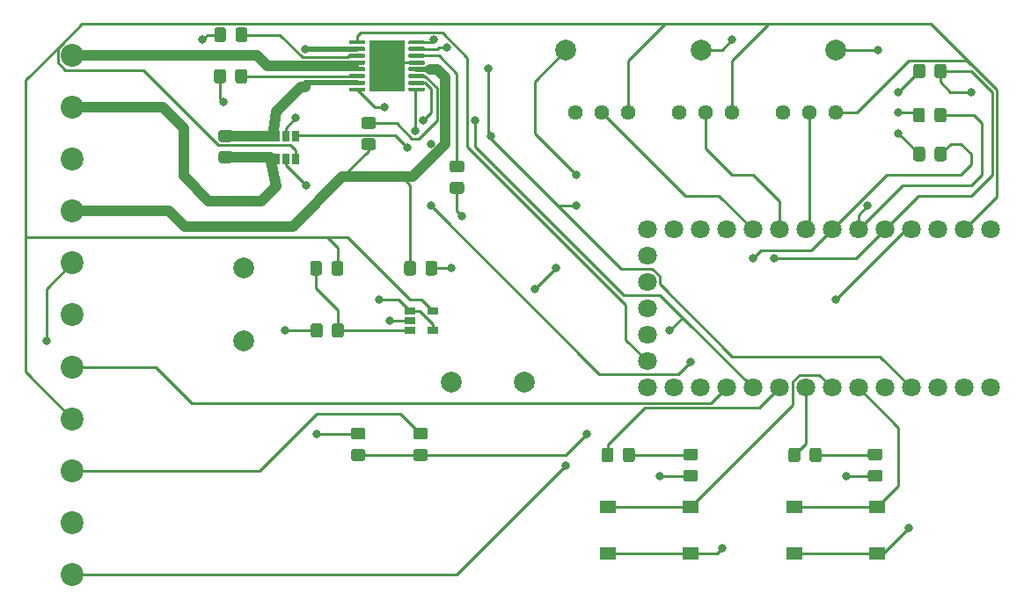
<source format=gbr>
%TF.GenerationSoftware,KiCad,Pcbnew,(5.1.7)-1*%
%TF.CreationDate,2020-11-09T09:10:01-08:00*%
%TF.ProjectId,Valve_Controller_Schematic,56616c76-655f-4436-9f6e-74726f6c6c65,rev?*%
%TF.SameCoordinates,Original*%
%TF.FileFunction,Copper,L1,Top*%
%TF.FilePolarity,Positive*%
%FSLAX46Y46*%
G04 Gerber Fmt 4.6, Leading zero omitted, Abs format (unit mm)*
G04 Created by KiCad (PCBNEW (5.1.7)-1) date 2020-11-09 09:10:01*
%MOMM*%
%LPD*%
G01*
G04 APERTURE LIST*
%TA.AperFunction,ComponentPad*%
%ADD10C,2.000000*%
%TD*%
%TA.AperFunction,ComponentPad*%
%ADD11C,1.800000*%
%TD*%
%TA.AperFunction,SMDPad,CuDef*%
%ADD12R,1.060000X0.650000*%
%TD*%
%TA.AperFunction,SMDPad,CuDef*%
%ADD13R,0.650000X1.060000*%
%TD*%
%TA.AperFunction,ComponentPad*%
%ADD14C,0.500000*%
%TD*%
%TA.AperFunction,SMDPad,CuDef*%
%ADD15R,3.400000X5.000000*%
%TD*%
%TA.AperFunction,SMDPad,CuDef*%
%ADD16R,1.550000X1.300000*%
%TD*%
%TA.AperFunction,ComponentPad*%
%ADD17C,1.440000*%
%TD*%
%TA.AperFunction,ComponentPad*%
%ADD18C,2.200000*%
%TD*%
%TA.AperFunction,ViaPad*%
%ADD19C,0.800000*%
%TD*%
%TA.AperFunction,Conductor*%
%ADD20C,0.250000*%
%TD*%
%TA.AperFunction,Conductor*%
%ADD21C,1.000000*%
%TD*%
%TA.AperFunction,Conductor*%
%ADD22C,0.500000*%
%TD*%
G04 APERTURE END LIST*
D10*
%TO.P,TP7,1*%
%TO.N,/+COIL*%
X127000000Y-103000000D03*
%TD*%
%TO.P,TP6,1*%
%TO.N,/-COIL*%
X127000000Y-96000000D03*
%TD*%
%TO.P,TP5,1*%
%TO.N,/2_IN*%
X154000000Y-107000000D03*
%TD*%
%TO.P,TP4,1*%
%TO.N,/1_IN*%
X147000000Y-107000000D03*
%TD*%
%TO.P,TP3,1*%
%TO.N,/I_SENSE*%
X184000000Y-75000000D03*
%TD*%
%TO.P,TP2,1*%
%TO.N,/HALL_SIG*%
X171000000Y-75000000D03*
%TD*%
%TO.P,TP1,1*%
%TO.N,/LVDT_SIG*%
X158000000Y-75000000D03*
%TD*%
D11*
%TO.P,U1,23*%
%TO.N,/HALL_ENABLE*%
X173430000Y-107500000D03*
%TO.P,U1,22*%
%TO.N,Net-(U1-Pad22)*%
X170890000Y-107500000D03*
%TO.P,U1,21*%
%TO.N,Net-(U1-Pad21)*%
X168350000Y-107500000D03*
%TO.P,U1,20*%
%TO.N,Net-(U1-Pad20)*%
X165810000Y-107500000D03*
%TO.P,U1,19*%
%TO.N,/DRV_SLP*%
X165810000Y-104960000D03*
%TO.P,U1,18*%
%TO.N,/nFAULT*%
X165810000Y-102420000D03*
%TO.P,U1,17*%
%TO.N,Net-(U1-Pad17)*%
X165810000Y-99880000D03*
%TO.P,U1,16*%
%TO.N,GND*%
X165810000Y-97340000D03*
%TO.P,U1,15*%
%TO.N,Net-(U1-Pad15)*%
X165810000Y-94800000D03*
%TO.P,U1,14*%
%TO.N,GND*%
X165810000Y-92260000D03*
%TO.P,U1,13*%
%TO.N,Net-(U1-Pad13)*%
X168350000Y-92260000D03*
%TO.P,U1,12*%
%TO.N,Net-(U1-Pad12)*%
X170890000Y-92260000D03*
%TO.P,U1,11*%
%TO.N,Net-(U1-Pad11)*%
X173430000Y-92260000D03*
%TO.P,U1,10*%
%TO.N,Net-(RV3-Pad2)*%
X175970000Y-92260000D03*
%TO.P,U1,24*%
%TO.N,/2_IN*%
X175970000Y-107500000D03*
%TO.P,U1,25*%
%TO.N,/LED_2*%
X178510000Y-107500000D03*
%TO.P,U1,9*%
%TO.N,Net-(RV1-Pad2)*%
X178510000Y-92260000D03*
%TO.P,U1,26*%
%TO.N,/LED_1*%
X181050000Y-107500000D03*
%TO.P,U1,8*%
%TO.N,Net-(RV2-Pad2)*%
X181050000Y-92260000D03*
%TO.P,U1,27*%
%TO.N,/BUTTON_2*%
X183590000Y-107500000D03*
%TO.P,U1,7*%
%TO.N,/LVDT_SIG*%
X183590000Y-92260000D03*
%TO.P,U1,6*%
%TO.N,/HALL_SIG*%
X186130000Y-92260000D03*
%TO.P,U1,5*%
%TO.N,/I_SENSE*%
X188670000Y-92260000D03*
%TO.P,U1,28*%
%TO.N,/BUTTON_1*%
X186130000Y-107500000D03*
%TO.P,U1,29*%
%TO.N,Net-(U1-Pad29)*%
X188670000Y-107500000D03*
%TO.P,U1,30*%
%TO.N,/1_IN*%
X191210000Y-107500000D03*
%TO.P,U1,31*%
%TO.N,Net-(U1-Pad31)*%
X193750000Y-107500000D03*
%TO.P,U1,32*%
%TO.N,GND*%
X196290000Y-107500000D03*
%TO.P,U1,33*%
%TO.N,Net-(U1-Pad33)*%
X198830000Y-107500000D03*
%TO.P,U1,4*%
%TO.N,/+5V*%
X191210000Y-92260000D03*
%TO.P,U1,3*%
%TO.N,Net-(U1-Pad3)*%
X193750000Y-92260000D03*
%TO.P,U1,2*%
%TO.N,/+3V3*%
X196290000Y-92260000D03*
%TO.P,U1,1*%
%TO.N,Net-(U1-Pad1)*%
X198830000Y-92260000D03*
%TD*%
%TO.P,R9,2*%
%TO.N,Net-(D2-Pad1)*%
%TA.AperFunction,SMDPad,CuDef*%
G36*
G01*
X170450001Y-114525000D02*
X169549999Y-114525000D01*
G75*
G02*
X169300000Y-114275001I0J249999D01*
G01*
X169300000Y-113624999D01*
G75*
G02*
X169549999Y-113375000I249999J0D01*
G01*
X170450001Y-113375000D01*
G75*
G02*
X170700000Y-113624999I0J-249999D01*
G01*
X170700000Y-114275001D01*
G75*
G02*
X170450001Y-114525000I-249999J0D01*
G01*
G37*
%TD.AperFunction*%
%TO.P,R9,1*%
%TO.N,GND*%
%TA.AperFunction,SMDPad,CuDef*%
G36*
G01*
X170450001Y-116575000D02*
X169549999Y-116575000D01*
G75*
G02*
X169300000Y-116325001I0J249999D01*
G01*
X169300000Y-115674999D01*
G75*
G02*
X169549999Y-115425000I249999J0D01*
G01*
X170450001Y-115425000D01*
G75*
G02*
X170700000Y-115674999I0J-249999D01*
G01*
X170700000Y-116325001D01*
G75*
G02*
X170450001Y-116575000I-249999J0D01*
G01*
G37*
%TD.AperFunction*%
%TD*%
%TO.P,R8,2*%
%TO.N,Net-(D1-Pad1)*%
%TA.AperFunction,SMDPad,CuDef*%
G36*
G01*
X188200001Y-114525000D02*
X187299999Y-114525000D01*
G75*
G02*
X187050000Y-114275001I0J249999D01*
G01*
X187050000Y-113624999D01*
G75*
G02*
X187299999Y-113375000I249999J0D01*
G01*
X188200001Y-113375000D01*
G75*
G02*
X188450000Y-113624999I0J-249999D01*
G01*
X188450000Y-114275001D01*
G75*
G02*
X188200001Y-114525000I-249999J0D01*
G01*
G37*
%TD.AperFunction*%
%TO.P,R8,1*%
%TO.N,GND*%
%TA.AperFunction,SMDPad,CuDef*%
G36*
G01*
X188200001Y-116575000D02*
X187299999Y-116575000D01*
G75*
G02*
X187050000Y-116325001I0J249999D01*
G01*
X187050000Y-115674999D01*
G75*
G02*
X187299999Y-115425000I249999J0D01*
G01*
X188200001Y-115425000D01*
G75*
G02*
X188450000Y-115674999I0J-249999D01*
G01*
X188450000Y-116325001D01*
G75*
G02*
X188200001Y-116575000I-249999J0D01*
G01*
G37*
%TD.AperFunction*%
%TD*%
D12*
%TO.P,U4,5*%
%TO.N,/+3V3*%
X145200000Y-100100000D03*
%TO.P,U4,4*%
%TO.N,Net-(U3-Pad5)*%
X145200000Y-102000000D03*
%TO.P,U4,3*%
%TO.N,Net-(R6-Pad2)*%
X143000000Y-102000000D03*
%TO.P,U4,2*%
%TO.N,GND*%
X143000000Y-101050000D03*
%TO.P,U4,1*%
%TO.N,Net-(U3-Pad5)*%
X143000000Y-100100000D03*
%TD*%
D13*
%TO.P,U3,5*%
%TO.N,Net-(U3-Pad5)*%
X131050000Y-85450000D03*
%TO.P,U3,6*%
%TO.N,/+3V3*%
X132000000Y-85450000D03*
%TO.P,U3,4*%
%TO.N,/+COIL*%
X130100000Y-85450000D03*
%TO.P,U3,3*%
%TO.N,Net-(R3-Pad2)*%
X130100000Y-83250000D03*
%TO.P,U3,2*%
%TO.N,GND*%
X131050000Y-83250000D03*
%TO.P,U3,1*%
%TO.N,/I_SENSE*%
X132000000Y-83250000D03*
%TD*%
D14*
%TO.P,U2,17*%
%TO.N,GND*%
X141500000Y-78000000D03*
X140000000Y-78000000D03*
X141500000Y-76500000D03*
X140000000Y-76500000D03*
X141500000Y-75000000D03*
X140000000Y-75000000D03*
D15*
X140750000Y-76500000D03*
%TO.P,U2,16*%
%TO.N,/1_IN*%
%TA.AperFunction,SMDPad,CuDef*%
G36*
G01*
X142825000Y-74325000D02*
X142825000Y-74125000D01*
G75*
G02*
X142925000Y-74025000I100000J0D01*
G01*
X144300000Y-74025000D01*
G75*
G02*
X144400000Y-74125000I0J-100000D01*
G01*
X144400000Y-74325000D01*
G75*
G02*
X144300000Y-74425000I-100000J0D01*
G01*
X142925000Y-74425000D01*
G75*
G02*
X142825000Y-74325000I0J100000D01*
G01*
G37*
%TD.AperFunction*%
%TO.P,U2,15*%
%TO.N,/2_IN*%
%TA.AperFunction,SMDPad,CuDef*%
G36*
G01*
X142825000Y-74975000D02*
X142825000Y-74775000D01*
G75*
G02*
X142925000Y-74675000I100000J0D01*
G01*
X144300000Y-74675000D01*
G75*
G02*
X144400000Y-74775000I0J-100000D01*
G01*
X144400000Y-74975000D01*
G75*
G02*
X144300000Y-75075000I-100000J0D01*
G01*
X142925000Y-75075000D01*
G75*
G02*
X142825000Y-74975000I0J100000D01*
G01*
G37*
%TD.AperFunction*%
%TO.P,U2,14*%
%TO.N,Net-(C6-Pad1)*%
%TA.AperFunction,SMDPad,CuDef*%
G36*
G01*
X142825000Y-75625000D02*
X142825000Y-75425000D01*
G75*
G02*
X142925000Y-75325000I100000J0D01*
G01*
X144300000Y-75325000D01*
G75*
G02*
X144400000Y-75425000I0J-100000D01*
G01*
X144400000Y-75625000D01*
G75*
G02*
X144300000Y-75725000I-100000J0D01*
G01*
X142925000Y-75725000D01*
G75*
G02*
X142825000Y-75625000I0J100000D01*
G01*
G37*
%TD.AperFunction*%
%TO.P,U2,13*%
%TO.N,GND*%
%TA.AperFunction,SMDPad,CuDef*%
G36*
G01*
X142825000Y-76275000D02*
X142825000Y-76075000D01*
G75*
G02*
X142925000Y-75975000I100000J0D01*
G01*
X144300000Y-75975000D01*
G75*
G02*
X144400000Y-76075000I0J-100000D01*
G01*
X144400000Y-76275000D01*
G75*
G02*
X144300000Y-76375000I-100000J0D01*
G01*
X142925000Y-76375000D01*
G75*
G02*
X142825000Y-76275000I0J100000D01*
G01*
G37*
%TD.AperFunction*%
%TO.P,U2,12*%
%TO.N,+7.5V*%
%TA.AperFunction,SMDPad,CuDef*%
G36*
G01*
X142825000Y-76925000D02*
X142825000Y-76725000D01*
G75*
G02*
X142925000Y-76625000I100000J0D01*
G01*
X144300000Y-76625000D01*
G75*
G02*
X144400000Y-76725000I0J-100000D01*
G01*
X144400000Y-76925000D01*
G75*
G02*
X144300000Y-77025000I-100000J0D01*
G01*
X142925000Y-77025000D01*
G75*
G02*
X142825000Y-76925000I0J100000D01*
G01*
G37*
%TD.AperFunction*%
%TO.P,U2,11*%
%TO.N,Net-(C4-Pad2)*%
%TA.AperFunction,SMDPad,CuDef*%
G36*
G01*
X142825000Y-77575000D02*
X142825000Y-77375000D01*
G75*
G02*
X142925000Y-77275000I100000J0D01*
G01*
X144300000Y-77275000D01*
G75*
G02*
X144400000Y-77375000I0J-100000D01*
G01*
X144400000Y-77575000D01*
G75*
G02*
X144300000Y-77675000I-100000J0D01*
G01*
X142925000Y-77675000D01*
G75*
G02*
X142825000Y-77575000I0J100000D01*
G01*
G37*
%TD.AperFunction*%
%TO.P,U2,10*%
%TO.N,/2_IN*%
%TA.AperFunction,SMDPad,CuDef*%
G36*
G01*
X142825000Y-78225000D02*
X142825000Y-78025000D01*
G75*
G02*
X142925000Y-77925000I100000J0D01*
G01*
X144300000Y-77925000D01*
G75*
G02*
X144400000Y-78025000I0J-100000D01*
G01*
X144400000Y-78225000D01*
G75*
G02*
X144300000Y-78325000I-100000J0D01*
G01*
X142925000Y-78325000D01*
G75*
G02*
X142825000Y-78225000I0J100000D01*
G01*
G37*
%TD.AperFunction*%
%TO.P,U2,9*%
%TO.N,/1_IN*%
%TA.AperFunction,SMDPad,CuDef*%
G36*
G01*
X142825000Y-78875000D02*
X142825000Y-78675000D01*
G75*
G02*
X142925000Y-78575000I100000J0D01*
G01*
X144300000Y-78575000D01*
G75*
G02*
X144400000Y-78675000I0J-100000D01*
G01*
X144400000Y-78875000D01*
G75*
G02*
X144300000Y-78975000I-100000J0D01*
G01*
X142925000Y-78975000D01*
G75*
G02*
X142825000Y-78875000I0J100000D01*
G01*
G37*
%TD.AperFunction*%
%TO.P,U2,8*%
%TO.N,/nFAULT*%
%TA.AperFunction,SMDPad,CuDef*%
G36*
G01*
X137100000Y-78875000D02*
X137100000Y-78675000D01*
G75*
G02*
X137200000Y-78575000I100000J0D01*
G01*
X138575000Y-78575000D01*
G75*
G02*
X138675000Y-78675000I0J-100000D01*
G01*
X138675000Y-78875000D01*
G75*
G02*
X138575000Y-78975000I-100000J0D01*
G01*
X137200000Y-78975000D01*
G75*
G02*
X137100000Y-78875000I0J100000D01*
G01*
G37*
%TD.AperFunction*%
%TO.P,U2,7*%
%TO.N,Net-(R3-Pad2)*%
%TA.AperFunction,SMDPad,CuDef*%
G36*
G01*
X137100000Y-78225000D02*
X137100000Y-78025000D01*
G75*
G02*
X137200000Y-77925000I100000J0D01*
G01*
X138575000Y-77925000D01*
G75*
G02*
X138675000Y-78025000I0J-100000D01*
G01*
X138675000Y-78225000D01*
G75*
G02*
X138575000Y-78325000I-100000J0D01*
G01*
X137200000Y-78325000D01*
G75*
G02*
X137100000Y-78225000I0J100000D01*
G01*
G37*
%TD.AperFunction*%
%TO.P,U2,6*%
%TO.N,Net-(R2-Pad1)*%
%TA.AperFunction,SMDPad,CuDef*%
G36*
G01*
X137100000Y-77575000D02*
X137100000Y-77375000D01*
G75*
G02*
X137200000Y-77275000I100000J0D01*
G01*
X138575000Y-77275000D01*
G75*
G02*
X138675000Y-77375000I0J-100000D01*
G01*
X138675000Y-77575000D01*
G75*
G02*
X138575000Y-77675000I-100000J0D01*
G01*
X137200000Y-77675000D01*
G75*
G02*
X137100000Y-77575000I0J100000D01*
G01*
G37*
%TD.AperFunction*%
%TO.P,U2,5*%
%TO.N,/-COIL*%
%TA.AperFunction,SMDPad,CuDef*%
G36*
G01*
X137100000Y-76925000D02*
X137100000Y-76725000D01*
G75*
G02*
X137200000Y-76625000I100000J0D01*
G01*
X138575000Y-76625000D01*
G75*
G02*
X138675000Y-76725000I0J-100000D01*
G01*
X138675000Y-76925000D01*
G75*
G02*
X138575000Y-77025000I-100000J0D01*
G01*
X137200000Y-77025000D01*
G75*
G02*
X137100000Y-76925000I0J100000D01*
G01*
G37*
%TD.AperFunction*%
%TO.P,U2,4*%
%TA.AperFunction,SMDPad,CuDef*%
G36*
G01*
X137100000Y-76275000D02*
X137100000Y-76075000D01*
G75*
G02*
X137200000Y-75975000I100000J0D01*
G01*
X138575000Y-75975000D01*
G75*
G02*
X138675000Y-76075000I0J-100000D01*
G01*
X138675000Y-76275000D01*
G75*
G02*
X138575000Y-76375000I-100000J0D01*
G01*
X137200000Y-76375000D01*
G75*
G02*
X137100000Y-76275000I0J100000D01*
G01*
G37*
%TD.AperFunction*%
%TO.P,U2,3*%
%TO.N,Net-(R1-Pad1)*%
%TA.AperFunction,SMDPad,CuDef*%
G36*
G01*
X137100000Y-75625000D02*
X137100000Y-75425000D01*
G75*
G02*
X137200000Y-75325000I100000J0D01*
G01*
X138575000Y-75325000D01*
G75*
G02*
X138675000Y-75425000I0J-100000D01*
G01*
X138675000Y-75625000D01*
G75*
G02*
X138575000Y-75725000I-100000J0D01*
G01*
X137200000Y-75725000D01*
G75*
G02*
X137100000Y-75625000I0J100000D01*
G01*
G37*
%TD.AperFunction*%
%TO.P,U2,2*%
%TO.N,Net-(R3-Pad2)*%
%TA.AperFunction,SMDPad,CuDef*%
G36*
G01*
X137100000Y-74975000D02*
X137100000Y-74775000D01*
G75*
G02*
X137200000Y-74675000I100000J0D01*
G01*
X138575000Y-74675000D01*
G75*
G02*
X138675000Y-74775000I0J-100000D01*
G01*
X138675000Y-74975000D01*
G75*
G02*
X138575000Y-75075000I-100000J0D01*
G01*
X137200000Y-75075000D01*
G75*
G02*
X137100000Y-74975000I0J100000D01*
G01*
G37*
%TD.AperFunction*%
%TO.P,U2,1*%
%TO.N,/DRV_SLP*%
%TA.AperFunction,SMDPad,CuDef*%
G36*
G01*
X137100000Y-74325000D02*
X137100000Y-74125000D01*
G75*
G02*
X137200000Y-74025000I100000J0D01*
G01*
X138575000Y-74025000D01*
G75*
G02*
X138675000Y-74125000I0J-100000D01*
G01*
X138675000Y-74325000D01*
G75*
G02*
X138575000Y-74425000I-100000J0D01*
G01*
X137200000Y-74425000D01*
G75*
G02*
X137100000Y-74325000I0J100000D01*
G01*
G37*
%TD.AperFunction*%
%TD*%
D16*
%TO.P,SW2,2*%
%TO.N,GND*%
X170000000Y-123500000D03*
%TO.P,SW2,1*%
%TO.N,/BUTTON_2*%
X170000000Y-119000000D03*
X162040000Y-119000000D03*
%TO.P,SW2,2*%
%TO.N,GND*%
X162040000Y-123500000D03*
%TD*%
%TO.P,SW1,2*%
%TO.N,GND*%
X187960000Y-123500000D03*
%TO.P,SW1,1*%
%TO.N,/BUTTON_1*%
X187960000Y-119000000D03*
X180000000Y-119000000D03*
%TO.P,SW1,2*%
%TO.N,GND*%
X180000000Y-123500000D03*
%TD*%
D17*
%TO.P,RV3,3*%
%TO.N,GND*%
X158920000Y-81000000D03*
%TO.P,RV3,2*%
%TO.N,Net-(RV3-Pad2)*%
X161460000Y-81000000D03*
%TO.P,RV3,1*%
%TO.N,/+3V3*%
X164000000Y-81000000D03*
%TD*%
%TO.P,RV2,3*%
%TO.N,GND*%
X178920000Y-81000000D03*
%TO.P,RV2,2*%
%TO.N,Net-(RV2-Pad2)*%
X181460000Y-81000000D03*
%TO.P,RV2,1*%
%TO.N,/+3V3*%
X184000000Y-81000000D03*
%TD*%
%TO.P,RV1,3*%
%TO.N,GND*%
X168920000Y-81000000D03*
%TO.P,RV1,2*%
%TO.N,Net-(RV1-Pad2)*%
X171460000Y-81000000D03*
%TO.P,RV1,1*%
%TO.N,/+3V3*%
X174000000Y-81000000D03*
%TD*%
%TO.P,R7,2*%
%TO.N,/+3V3*%
%TA.AperFunction,SMDPad,CuDef*%
G36*
G01*
X135425000Y-96450001D02*
X135425000Y-95549999D01*
G75*
G02*
X135674999Y-95300000I249999J0D01*
G01*
X136325001Y-95300000D01*
G75*
G02*
X136575000Y-95549999I0J-249999D01*
G01*
X136575000Y-96450001D01*
G75*
G02*
X136325001Y-96700000I-249999J0D01*
G01*
X135674999Y-96700000D01*
G75*
G02*
X135425000Y-96450001I0J249999D01*
G01*
G37*
%TD.AperFunction*%
%TO.P,R7,1*%
%TO.N,Net-(R6-Pad2)*%
%TA.AperFunction,SMDPad,CuDef*%
G36*
G01*
X133375000Y-96450001D02*
X133375000Y-95549999D01*
G75*
G02*
X133624999Y-95300000I249999J0D01*
G01*
X134275001Y-95300000D01*
G75*
G02*
X134525000Y-95549999I0J-249999D01*
G01*
X134525000Y-96450001D01*
G75*
G02*
X134275001Y-96700000I-249999J0D01*
G01*
X133624999Y-96700000D01*
G75*
G02*
X133375000Y-96450001I0J249999D01*
G01*
G37*
%TD.AperFunction*%
%TD*%
%TO.P,R6,2*%
%TO.N,Net-(R6-Pad2)*%
%TA.AperFunction,SMDPad,CuDef*%
G36*
G01*
X135475000Y-102450001D02*
X135475000Y-101549999D01*
G75*
G02*
X135724999Y-101300000I249999J0D01*
G01*
X136375001Y-101300000D01*
G75*
G02*
X136625000Y-101549999I0J-249999D01*
G01*
X136625000Y-102450001D01*
G75*
G02*
X136375001Y-102700000I-249999J0D01*
G01*
X135724999Y-102700000D01*
G75*
G02*
X135475000Y-102450001I0J249999D01*
G01*
G37*
%TD.AperFunction*%
%TO.P,R6,1*%
%TO.N,GND*%
%TA.AperFunction,SMDPad,CuDef*%
G36*
G01*
X133425000Y-102450001D02*
X133425000Y-101549999D01*
G75*
G02*
X133674999Y-101300000I249999J0D01*
G01*
X134325001Y-101300000D01*
G75*
G02*
X134575000Y-101549999I0J-249999D01*
G01*
X134575000Y-102450001D01*
G75*
G02*
X134325001Y-102700000I-249999J0D01*
G01*
X133674999Y-102700000D01*
G75*
G02*
X133425000Y-102450001I0J249999D01*
G01*
G37*
%TD.AperFunction*%
%TD*%
%TO.P,R5,2*%
%TO.N,GND*%
%TA.AperFunction,SMDPad,CuDef*%
G36*
G01*
X138450001Y-112525000D02*
X137549999Y-112525000D01*
G75*
G02*
X137300000Y-112275001I0J249999D01*
G01*
X137300000Y-111624999D01*
G75*
G02*
X137549999Y-111375000I249999J0D01*
G01*
X138450001Y-111375000D01*
G75*
G02*
X138700000Y-111624999I0J-249999D01*
G01*
X138700000Y-112275001D01*
G75*
G02*
X138450001Y-112525000I-249999J0D01*
G01*
G37*
%TD.AperFunction*%
%TO.P,R5,1*%
%TO.N,/LVDT_SIG*%
%TA.AperFunction,SMDPad,CuDef*%
G36*
G01*
X138450001Y-114575000D02*
X137549999Y-114575000D01*
G75*
G02*
X137300000Y-114325001I0J249999D01*
G01*
X137300000Y-113674999D01*
G75*
G02*
X137549999Y-113425000I249999J0D01*
G01*
X138450001Y-113425000D01*
G75*
G02*
X138700000Y-113674999I0J-249999D01*
G01*
X138700000Y-114325001D01*
G75*
G02*
X138450001Y-114575000I-249999J0D01*
G01*
G37*
%TD.AperFunction*%
%TD*%
%TO.P,R4,2*%
%TO.N,/LVDT_SIG*%
%TA.AperFunction,SMDPad,CuDef*%
G36*
G01*
X143549999Y-113425000D02*
X144450001Y-113425000D01*
G75*
G02*
X144700000Y-113674999I0J-249999D01*
G01*
X144700000Y-114325001D01*
G75*
G02*
X144450001Y-114575000I-249999J0D01*
G01*
X143549999Y-114575000D01*
G75*
G02*
X143300000Y-114325001I0J249999D01*
G01*
X143300000Y-113674999D01*
G75*
G02*
X143549999Y-113425000I249999J0D01*
G01*
G37*
%TD.AperFunction*%
%TO.P,R4,1*%
%TO.N,Net-(J1-Pad3)*%
%TA.AperFunction,SMDPad,CuDef*%
G36*
G01*
X143549999Y-111375000D02*
X144450001Y-111375000D01*
G75*
G02*
X144700000Y-111624999I0J-249999D01*
G01*
X144700000Y-112275001D01*
G75*
G02*
X144450001Y-112525000I-249999J0D01*
G01*
X143549999Y-112525000D01*
G75*
G02*
X143300000Y-112275001I0J249999D01*
G01*
X143300000Y-111624999D01*
G75*
G02*
X143549999Y-111375000I249999J0D01*
G01*
G37*
%TD.AperFunction*%
%TD*%
%TO.P,R3,2*%
%TO.N,Net-(R3-Pad2)*%
%TA.AperFunction,SMDPad,CuDef*%
G36*
G01*
X125700001Y-83825000D02*
X124799999Y-83825000D01*
G75*
G02*
X124550000Y-83575001I0J249999D01*
G01*
X124550000Y-82924999D01*
G75*
G02*
X124799999Y-82675000I249999J0D01*
G01*
X125700001Y-82675000D01*
G75*
G02*
X125950000Y-82924999I0J-249999D01*
G01*
X125950000Y-83575001D01*
G75*
G02*
X125700001Y-83825000I-249999J0D01*
G01*
G37*
%TD.AperFunction*%
%TO.P,R3,1*%
%TO.N,/+COIL*%
%TA.AperFunction,SMDPad,CuDef*%
G36*
G01*
X125700001Y-85875000D02*
X124799999Y-85875000D01*
G75*
G02*
X124550000Y-85625001I0J249999D01*
G01*
X124550000Y-84974999D01*
G75*
G02*
X124799999Y-84725000I249999J0D01*
G01*
X125700001Y-84725000D01*
G75*
G02*
X125950000Y-84974999I0J-249999D01*
G01*
X125950000Y-85625001D01*
G75*
G02*
X125700001Y-85875000I-249999J0D01*
G01*
G37*
%TD.AperFunction*%
%TD*%
%TO.P,R2,2*%
%TO.N,GND*%
%TA.AperFunction,SMDPad,CuDef*%
G36*
G01*
X125275000Y-77049999D02*
X125275000Y-77950001D01*
G75*
G02*
X125025001Y-78200000I-249999J0D01*
G01*
X124374999Y-78200000D01*
G75*
G02*
X124125000Y-77950001I0J249999D01*
G01*
X124125000Y-77049999D01*
G75*
G02*
X124374999Y-76800000I249999J0D01*
G01*
X125025001Y-76800000D01*
G75*
G02*
X125275000Y-77049999I0J-249999D01*
G01*
G37*
%TD.AperFunction*%
%TO.P,R2,1*%
%TO.N,Net-(R2-Pad1)*%
%TA.AperFunction,SMDPad,CuDef*%
G36*
G01*
X127325000Y-77049999D02*
X127325000Y-77950001D01*
G75*
G02*
X127075001Y-78200000I-249999J0D01*
G01*
X126424999Y-78200000D01*
G75*
G02*
X126175000Y-77950001I0J249999D01*
G01*
X126175000Y-77049999D01*
G75*
G02*
X126424999Y-76800000I249999J0D01*
G01*
X127075001Y-76800000D01*
G75*
G02*
X127325000Y-77049999I0J-249999D01*
G01*
G37*
%TD.AperFunction*%
%TD*%
%TO.P,R1,2*%
%TO.N,GND*%
%TA.AperFunction,SMDPad,CuDef*%
G36*
G01*
X125300000Y-73049999D02*
X125300000Y-73950001D01*
G75*
G02*
X125050001Y-74200000I-249999J0D01*
G01*
X124399999Y-74200000D01*
G75*
G02*
X124150000Y-73950001I0J249999D01*
G01*
X124150000Y-73049999D01*
G75*
G02*
X124399999Y-72800000I249999J0D01*
G01*
X125050001Y-72800000D01*
G75*
G02*
X125300000Y-73049999I0J-249999D01*
G01*
G37*
%TD.AperFunction*%
%TO.P,R1,1*%
%TO.N,Net-(R1-Pad1)*%
%TA.AperFunction,SMDPad,CuDef*%
G36*
G01*
X127350000Y-73049999D02*
X127350000Y-73950001D01*
G75*
G02*
X127100001Y-74200000I-249999J0D01*
G01*
X126449999Y-74200000D01*
G75*
G02*
X126200000Y-73950001I0J249999D01*
G01*
X126200000Y-73049999D01*
G75*
G02*
X126449999Y-72800000I249999J0D01*
G01*
X127100001Y-72800000D01*
G75*
G02*
X127350000Y-73049999I0J-249999D01*
G01*
G37*
%TD.AperFunction*%
%TD*%
D18*
%TO.P,J1,11*%
%TO.N,/-COIL*%
X110500000Y-75500000D03*
%TO.P,J1,10*%
%TO.N,/+COIL*%
X110500000Y-80500000D03*
%TO.P,J1,9*%
%TO.N,GND*%
X110500000Y-85500000D03*
%TO.P,J1,8*%
%TO.N,+7.5V*%
X110500000Y-90500000D03*
%TO.P,J1,7*%
%TO.N,/HALL_SIG*%
X110500000Y-95500000D03*
%TO.P,J1,6*%
%TO.N,GND*%
X110500000Y-100500000D03*
%TO.P,J1,5*%
%TO.N,/HALL_ENABLE*%
X110500000Y-105500000D03*
%TO.P,J1,4*%
%TO.N,/+3V3*%
X110500000Y-110500000D03*
%TO.P,J1,3*%
%TO.N,Net-(J1-Pad3)*%
X110500000Y-115500000D03*
%TO.P,J1,2*%
%TO.N,GND*%
X110500000Y-120500000D03*
%TO.P,J1,1*%
%TO.N,/+5V*%
X110500000Y-125500000D03*
%TD*%
%TO.P,D2,2*%
%TO.N,/LED_2*%
%TA.AperFunction,SMDPad,CuDef*%
G36*
G01*
X162575000Y-113549999D02*
X162575000Y-114450001D01*
G75*
G02*
X162325001Y-114700000I-249999J0D01*
G01*
X161674999Y-114700000D01*
G75*
G02*
X161425000Y-114450001I0J249999D01*
G01*
X161425000Y-113549999D01*
G75*
G02*
X161674999Y-113300000I249999J0D01*
G01*
X162325001Y-113300000D01*
G75*
G02*
X162575000Y-113549999I0J-249999D01*
G01*
G37*
%TD.AperFunction*%
%TO.P,D2,1*%
%TO.N,Net-(D2-Pad1)*%
%TA.AperFunction,SMDPad,CuDef*%
G36*
G01*
X164625000Y-113549999D02*
X164625000Y-114450001D01*
G75*
G02*
X164375001Y-114700000I-249999J0D01*
G01*
X163724999Y-114700000D01*
G75*
G02*
X163475000Y-114450001I0J249999D01*
G01*
X163475000Y-113549999D01*
G75*
G02*
X163724999Y-113300000I249999J0D01*
G01*
X164375001Y-113300000D01*
G75*
G02*
X164625000Y-113549999I0J-249999D01*
G01*
G37*
%TD.AperFunction*%
%TD*%
%TO.P,D1,2*%
%TO.N,/LED_1*%
%TA.AperFunction,SMDPad,CuDef*%
G36*
G01*
X180550000Y-113549999D02*
X180550000Y-114450001D01*
G75*
G02*
X180300001Y-114700000I-249999J0D01*
G01*
X179649999Y-114700000D01*
G75*
G02*
X179400000Y-114450001I0J249999D01*
G01*
X179400000Y-113549999D01*
G75*
G02*
X179649999Y-113300000I249999J0D01*
G01*
X180300001Y-113300000D01*
G75*
G02*
X180550000Y-113549999I0J-249999D01*
G01*
G37*
%TD.AperFunction*%
%TO.P,D1,1*%
%TO.N,Net-(D1-Pad1)*%
%TA.AperFunction,SMDPad,CuDef*%
G36*
G01*
X182600000Y-113549999D02*
X182600000Y-114450001D01*
G75*
G02*
X182350001Y-114700000I-249999J0D01*
G01*
X181699999Y-114700000D01*
G75*
G02*
X181450000Y-114450001I0J249999D01*
G01*
X181450000Y-113549999D01*
G75*
G02*
X181699999Y-113300000I249999J0D01*
G01*
X182350001Y-113300000D01*
G75*
G02*
X182600000Y-113549999I0J-249999D01*
G01*
G37*
%TD.AperFunction*%
%TD*%
%TO.P,C6,2*%
%TO.N,GND*%
%TA.AperFunction,SMDPad,CuDef*%
G36*
G01*
X147049999Y-87675000D02*
X147950001Y-87675000D01*
G75*
G02*
X148200000Y-87924999I0J-249999D01*
G01*
X148200000Y-88575001D01*
G75*
G02*
X147950001Y-88825000I-249999J0D01*
G01*
X147049999Y-88825000D01*
G75*
G02*
X146800000Y-88575001I0J249999D01*
G01*
X146800000Y-87924999D01*
G75*
G02*
X147049999Y-87675000I249999J0D01*
G01*
G37*
%TD.AperFunction*%
%TO.P,C6,1*%
%TO.N,Net-(C6-Pad1)*%
%TA.AperFunction,SMDPad,CuDef*%
G36*
G01*
X147049999Y-85625000D02*
X147950001Y-85625000D01*
G75*
G02*
X148200000Y-85874999I0J-249999D01*
G01*
X148200000Y-86525001D01*
G75*
G02*
X147950001Y-86775000I-249999J0D01*
G01*
X147049999Y-86775000D01*
G75*
G02*
X146800000Y-86525001I0J249999D01*
G01*
X146800000Y-85874999D01*
G75*
G02*
X147049999Y-85625000I249999J0D01*
G01*
G37*
%TD.AperFunction*%
%TD*%
%TO.P,C5,2*%
%TO.N,GND*%
%TA.AperFunction,SMDPad,CuDef*%
G36*
G01*
X144475000Y-96450001D02*
X144475000Y-95549999D01*
G75*
G02*
X144724999Y-95300000I249999J0D01*
G01*
X145375001Y-95300000D01*
G75*
G02*
X145625000Y-95549999I0J-249999D01*
G01*
X145625000Y-96450001D01*
G75*
G02*
X145375001Y-96700000I-249999J0D01*
G01*
X144724999Y-96700000D01*
G75*
G02*
X144475000Y-96450001I0J249999D01*
G01*
G37*
%TD.AperFunction*%
%TO.P,C5,1*%
%TO.N,+7.5V*%
%TA.AperFunction,SMDPad,CuDef*%
G36*
G01*
X142425000Y-96450001D02*
X142425000Y-95549999D01*
G75*
G02*
X142674999Y-95300000I249999J0D01*
G01*
X143325001Y-95300000D01*
G75*
G02*
X143575000Y-95549999I0J-249999D01*
G01*
X143575000Y-96450001D01*
G75*
G02*
X143325001Y-96700000I-249999J0D01*
G01*
X142674999Y-96700000D01*
G75*
G02*
X142425000Y-96450001I0J249999D01*
G01*
G37*
%TD.AperFunction*%
%TD*%
%TO.P,C4,2*%
%TO.N,Net-(C4-Pad2)*%
%TA.AperFunction,SMDPad,CuDef*%
G36*
G01*
X139450001Y-82575000D02*
X138549999Y-82575000D01*
G75*
G02*
X138300000Y-82325001I0J249999D01*
G01*
X138300000Y-81674999D01*
G75*
G02*
X138549999Y-81425000I249999J0D01*
G01*
X139450001Y-81425000D01*
G75*
G02*
X139700000Y-81674999I0J-249999D01*
G01*
X139700000Y-82325001D01*
G75*
G02*
X139450001Y-82575000I-249999J0D01*
G01*
G37*
%TD.AperFunction*%
%TO.P,C4,1*%
%TO.N,+7.5V*%
%TA.AperFunction,SMDPad,CuDef*%
G36*
G01*
X139450001Y-84625000D02*
X138549999Y-84625000D01*
G75*
G02*
X138300000Y-84375001I0J249999D01*
G01*
X138300000Y-83724999D01*
G75*
G02*
X138549999Y-83475000I249999J0D01*
G01*
X139450001Y-83475000D01*
G75*
G02*
X139700000Y-83724999I0J-249999D01*
G01*
X139700000Y-84375001D01*
G75*
G02*
X139450001Y-84625000I-249999J0D01*
G01*
G37*
%TD.AperFunction*%
%TD*%
%TO.P,C3,2*%
%TO.N,/I_SENSE*%
%TA.AperFunction,SMDPad,CuDef*%
G36*
G01*
X193475000Y-77450001D02*
X193475000Y-76549999D01*
G75*
G02*
X193724999Y-76300000I249999J0D01*
G01*
X194375001Y-76300000D01*
G75*
G02*
X194625000Y-76549999I0J-249999D01*
G01*
X194625000Y-77450001D01*
G75*
G02*
X194375001Y-77700000I-249999J0D01*
G01*
X193724999Y-77700000D01*
G75*
G02*
X193475000Y-77450001I0J249999D01*
G01*
G37*
%TD.AperFunction*%
%TO.P,C3,1*%
%TO.N,GND*%
%TA.AperFunction,SMDPad,CuDef*%
G36*
G01*
X191425000Y-77450001D02*
X191425000Y-76549999D01*
G75*
G02*
X191674999Y-76300000I249999J0D01*
G01*
X192325001Y-76300000D01*
G75*
G02*
X192575000Y-76549999I0J-249999D01*
G01*
X192575000Y-77450001D01*
G75*
G02*
X192325001Y-77700000I-249999J0D01*
G01*
X191674999Y-77700000D01*
G75*
G02*
X191425000Y-77450001I0J249999D01*
G01*
G37*
%TD.AperFunction*%
%TD*%
%TO.P,C2,2*%
%TO.N,/HALL_SIG*%
%TA.AperFunction,SMDPad,CuDef*%
G36*
G01*
X193450000Y-81700001D02*
X193450000Y-80799999D01*
G75*
G02*
X193699999Y-80550000I249999J0D01*
G01*
X194350001Y-80550000D01*
G75*
G02*
X194600000Y-80799999I0J-249999D01*
G01*
X194600000Y-81700001D01*
G75*
G02*
X194350001Y-81950000I-249999J0D01*
G01*
X193699999Y-81950000D01*
G75*
G02*
X193450000Y-81700001I0J249999D01*
G01*
G37*
%TD.AperFunction*%
%TO.P,C2,1*%
%TO.N,GND*%
%TA.AperFunction,SMDPad,CuDef*%
G36*
G01*
X191400000Y-81700001D02*
X191400000Y-80799999D01*
G75*
G02*
X191649999Y-80550000I249999J0D01*
G01*
X192300001Y-80550000D01*
G75*
G02*
X192550000Y-80799999I0J-249999D01*
G01*
X192550000Y-81700001D01*
G75*
G02*
X192300001Y-81950000I-249999J0D01*
G01*
X191649999Y-81950000D01*
G75*
G02*
X191400000Y-81700001I0J249999D01*
G01*
G37*
%TD.AperFunction*%
%TD*%
%TO.P,C1,2*%
%TO.N,/LVDT_SIG*%
%TA.AperFunction,SMDPad,CuDef*%
G36*
G01*
X193475000Y-85450001D02*
X193475000Y-84549999D01*
G75*
G02*
X193724999Y-84300000I249999J0D01*
G01*
X194375001Y-84300000D01*
G75*
G02*
X194625000Y-84549999I0J-249999D01*
G01*
X194625000Y-85450001D01*
G75*
G02*
X194375001Y-85700000I-249999J0D01*
G01*
X193724999Y-85700000D01*
G75*
G02*
X193475000Y-85450001I0J249999D01*
G01*
G37*
%TD.AperFunction*%
%TO.P,C1,1*%
%TO.N,GND*%
%TA.AperFunction,SMDPad,CuDef*%
G36*
G01*
X191425000Y-85450001D02*
X191425000Y-84549999D01*
G75*
G02*
X191674999Y-84300000I249999J0D01*
G01*
X192325001Y-84300000D01*
G75*
G02*
X192575000Y-84549999I0J-249999D01*
G01*
X192575000Y-85450001D01*
G75*
G02*
X192325001Y-85700000I-249999J0D01*
G01*
X191674999Y-85700000D01*
G75*
G02*
X191425000Y-85450001I0J249999D01*
G01*
G37*
%TD.AperFunction*%
%TD*%
D19*
%TO.N,*%
X145000000Y-84000000D03*
%TO.N,/LVDT_SIG*%
X160000000Y-112000000D03*
X176000000Y-95000000D03*
X159000000Y-87000000D03*
%TO.N,GND*%
X131000000Y-102000000D03*
X134050000Y-111950000D03*
X141050000Y-101050000D03*
X148000000Y-91000000D03*
X132000000Y-81520000D03*
X125000000Y-80000000D03*
X190000000Y-79000000D03*
X190000000Y-81000000D03*
X190000000Y-83000000D03*
X147000000Y-96000000D03*
X123000000Y-74000000D03*
X167000000Y-116000000D03*
X185000000Y-116000000D03*
X191000000Y-121000000D03*
X173000000Y-123000000D03*
%TO.N,/HALL_SIG*%
X108000000Y-103000000D03*
X174000000Y-74000000D03*
X187000000Y-90000000D03*
%TO.N,/I_SENSE*%
X142763757Y-84354748D03*
X145000000Y-90000000D03*
X170000000Y-105000000D03*
X178000000Y-95000000D03*
X188000000Y-75000000D03*
X197000000Y-79000000D03*
%TO.N,/+5V*%
X158000000Y-115000000D03*
X184000000Y-99000000D03*
%TO.N,Net-(R3-Pad2)*%
X132875000Y-78500000D03*
X132925000Y-74875000D03*
%TO.N,/2_IN*%
X149250000Y-81750000D03*
X144250000Y-81750000D03*
X146500000Y-74750000D03*
X168000000Y-102000000D03*
%TO.N,/nFAULT*%
X140500000Y-80500000D03*
%TO.N,/1_IN*%
X150750000Y-83250000D03*
X143500000Y-82750000D03*
X145250000Y-74000000D03*
X150500000Y-76750000D03*
X155000000Y-98000000D03*
X157000000Y-96000000D03*
X159000000Y-90000000D03*
%TO.N,Net-(U3-Pad5)*%
X133000000Y-88000000D03*
X140000000Y-99000000D03*
%TD*%
D20*
%TO.N,/LVDT_SIG*%
X195050000Y-84000000D02*
X194050000Y-85000000D01*
X196000000Y-84000000D02*
X195050000Y-84000000D01*
X197000000Y-86000000D02*
X197000000Y-85000000D01*
X197000000Y-85000000D02*
X196000000Y-84000000D01*
X188850000Y-87000000D02*
X196000000Y-87000000D01*
X196000000Y-87000000D02*
X197000000Y-86000000D01*
X183590000Y-92260000D02*
X188850000Y-87000000D01*
X159950000Y-111950000D02*
X160000000Y-112000000D01*
X176725001Y-94274999D02*
X181575001Y-94274999D01*
X181575001Y-94274999D02*
X183590000Y-92260000D01*
X176000000Y-95000000D02*
X176725001Y-94274999D01*
X158000000Y-75000000D02*
X155000000Y-78000000D01*
X155000000Y-78000000D02*
X155000000Y-83000000D01*
X155000000Y-83000000D02*
X159000000Y-87000000D01*
X138636410Y-114000000D02*
X138318205Y-113681795D01*
X158000000Y-114000000D02*
X160000000Y-112000000D01*
X158000000Y-114000000D02*
X144000000Y-114000000D01*
X144000000Y-114000000D02*
X138000000Y-114000000D01*
%TO.N,GND*%
X180000000Y-123500000D02*
X187960000Y-123500000D01*
X162040000Y-123500000D02*
X170000000Y-123500000D01*
X141075000Y-76175000D02*
X140750000Y-76500000D01*
X143612500Y-76175000D02*
X141075000Y-76175000D01*
X131000000Y-102000000D02*
X134000000Y-102000000D01*
X138000000Y-111950000D02*
X134050000Y-111950000D01*
X134050000Y-111950000D02*
X134050000Y-111950000D01*
X143000000Y-101050000D02*
X141050000Y-101050000D01*
X147500000Y-88250000D02*
X147500000Y-90500000D01*
X147500000Y-90500000D02*
X148000000Y-91000000D01*
X131050000Y-82470000D02*
X132000000Y-81520000D01*
X131050000Y-83250000D02*
X131050000Y-82470000D01*
X124700000Y-77500000D02*
X124700000Y-79700000D01*
X124700000Y-79700000D02*
X125000000Y-80000000D01*
X190000000Y-79000000D02*
X192000000Y-77000000D01*
X191725000Y-81000000D02*
X191975000Y-81250000D01*
X190000000Y-81000000D02*
X191725000Y-81000000D01*
X190000000Y-83000000D02*
X192000000Y-85000000D01*
X145050000Y-96000000D02*
X147000000Y-96000000D01*
X124725000Y-73500000D02*
X123500000Y-73500000D01*
X123500000Y-73500000D02*
X123000000Y-74000000D01*
X170000000Y-116000000D02*
X167000000Y-116000000D01*
X187750000Y-116000000D02*
X185000000Y-116000000D01*
X187960000Y-123500000D02*
X188500000Y-123500000D01*
X188500000Y-123500000D02*
X191000000Y-121000000D01*
X172500000Y-123500000D02*
X173000000Y-123000000D01*
X170000000Y-123500000D02*
X172500000Y-123500000D01*
%TO.N,/HALL_SIG*%
X186130000Y-92260000D02*
X190390000Y-88000000D01*
X190390000Y-88000000D02*
X197000000Y-88000000D01*
X197000000Y-88000000D02*
X198000000Y-87000000D01*
X198000000Y-87000000D02*
X198000000Y-82000000D01*
X197250000Y-81250000D02*
X194025000Y-81250000D01*
X198000000Y-82000000D02*
X197250000Y-81250000D01*
X108000000Y-98000000D02*
X110500000Y-95500000D01*
X108000000Y-103000000D02*
X108000000Y-98000000D01*
X173000000Y-75000000D02*
X174000000Y-74000000D01*
X171000000Y-75000000D02*
X173000000Y-75000000D01*
X186130000Y-90870000D02*
X186130000Y-92260000D01*
X187000000Y-90000000D02*
X186130000Y-90870000D01*
%TO.N,/I_SENSE*%
X188670000Y-92260000D02*
X191930000Y-89000000D01*
X191930000Y-89000000D02*
X197000000Y-89000000D01*
X197000000Y-89000000D02*
X199000000Y-87000000D01*
X199000000Y-87000000D02*
X199000000Y-79000000D01*
X197000000Y-77000000D02*
X194050000Y-77000000D01*
X199000000Y-79000000D02*
X197000000Y-77000000D01*
X141558999Y-83149990D02*
X142763757Y-84354748D01*
X132100010Y-83149990D02*
X141558999Y-83149990D01*
X132000000Y-83250000D02*
X132100010Y-83149990D01*
X168814999Y-106185001D02*
X170000000Y-105000000D01*
X161185001Y-106185001D02*
X168814999Y-106185001D01*
X145000000Y-90000000D02*
X161185001Y-106185001D01*
X185930000Y-95000000D02*
X188670000Y-92260000D01*
X178000000Y-95000000D02*
X185930000Y-95000000D01*
X184000000Y-75000000D02*
X188000000Y-75000000D01*
X197000000Y-79000000D02*
X195000000Y-79000000D01*
X195000000Y-79000000D02*
X194000000Y-78000000D01*
X194050000Y-77950000D02*
X194050000Y-77000000D01*
X194000000Y-78000000D02*
X194050000Y-77950000D01*
%TO.N,Net-(C4-Pad2)*%
X145574990Y-81748012D02*
X143823002Y-83500000D01*
X145574990Y-78641730D02*
X145574990Y-81748012D01*
X144408260Y-77475000D02*
X145574990Y-78641730D01*
X143612500Y-77475000D02*
X144408260Y-77475000D01*
X141676998Y-82000000D02*
X139000000Y-82000000D01*
X143176998Y-83500000D02*
X141676998Y-82000000D01*
X143823002Y-83500000D02*
X143176998Y-83500000D01*
D21*
%TO.N,+7.5V*%
X110500000Y-90500000D02*
X119800000Y-90500000D01*
X119800000Y-90500000D02*
X121300000Y-92000000D01*
X121300000Y-92000000D02*
X131700000Y-92000000D01*
X131700000Y-92000000D02*
X136500000Y-87200000D01*
X143200000Y-87200000D02*
X146400000Y-84000000D01*
X146400000Y-84000000D02*
X146400000Y-77600000D01*
D20*
X144925000Y-76825000D02*
X145000000Y-76900000D01*
D22*
X143612500Y-76825000D02*
X144925000Y-76825000D01*
D21*
X144925000Y-76825000D02*
X145625000Y-76825000D01*
X145625000Y-76825000D02*
X146400000Y-77600000D01*
D20*
X139000000Y-84700000D02*
X136500000Y-87200000D01*
X139000000Y-84050000D02*
X139000000Y-84700000D01*
X143000000Y-88000000D02*
X142200000Y-87200000D01*
X143000000Y-96000000D02*
X143000000Y-88000000D01*
D21*
X142200000Y-87200000D02*
X143200000Y-87200000D01*
X136500000Y-87200000D02*
X142200000Y-87200000D01*
D20*
%TO.N,Net-(C6-Pad1)*%
X145775000Y-75525000D02*
X146000000Y-75750000D01*
X143612500Y-75525000D02*
X145775000Y-75525000D01*
X145775000Y-75525000D02*
X147500000Y-77250000D01*
X147500000Y-77250000D02*
X147500000Y-86200000D01*
%TO.N,/LED_1*%
X181050000Y-112925000D02*
X181050000Y-107500000D01*
X179975000Y-114000000D02*
X181050000Y-112925000D01*
%TO.N,/LED_2*%
X162000000Y-114000000D02*
X162000000Y-113000000D01*
X176559990Y-109450010D02*
X178510000Y-107500000D01*
X165549990Y-109450010D02*
X176559990Y-109450010D01*
X162000000Y-113000000D02*
X165549990Y-109450010D01*
D21*
%TO.N,/-COIL*%
X128250000Y-75500000D02*
X110500000Y-75500000D01*
X129250000Y-76500000D02*
X128250000Y-75500000D01*
X137562500Y-76500000D02*
X129250000Y-76500000D01*
%TO.N,/+COIL*%
X125250000Y-85300000D02*
X129550000Y-85300000D01*
X129550000Y-85300000D02*
X129750000Y-85500000D01*
X119200000Y-80500000D02*
X110500000Y-80500000D01*
X121200000Y-82500000D02*
X119200000Y-80500000D01*
X121200000Y-87100000D02*
X121200000Y-82500000D01*
X123600000Y-89500000D02*
X121200000Y-87100000D01*
X128700000Y-89500000D02*
X123600000Y-89500000D01*
X130100000Y-88100000D02*
X128700000Y-89500000D01*
X129550000Y-85300000D02*
X130100000Y-88100000D01*
D20*
%TO.N,/HALL_ENABLE*%
X110500000Y-105500000D02*
X118500000Y-105500000D01*
X118500000Y-105500000D02*
X122000000Y-109000000D01*
X171930000Y-109000000D02*
X173430000Y-107500000D01*
X122000000Y-109000000D02*
X171930000Y-109000000D01*
%TO.N,/+3V3*%
X196611400Y-75974990D02*
X199450010Y-78813600D01*
X191025010Y-75974990D02*
X196611400Y-75974990D01*
X186000000Y-81000000D02*
X191025010Y-75974990D01*
X184000000Y-81000000D02*
X186000000Y-81000000D01*
X199450010Y-89099990D02*
X199275000Y-89275000D01*
X199450010Y-78813600D02*
X199450010Y-89099990D01*
X193111400Y-72474990D02*
X199450010Y-78813600D01*
X109815999Y-76925001D02*
X109074999Y-76184001D01*
X109074999Y-76184001D02*
X109074999Y-74815999D01*
X117336811Y-76925001D02*
X109815999Y-76925001D01*
X131480010Y-84150010D02*
X124561820Y-84150010D01*
X132000000Y-84670000D02*
X131480010Y-84150010D01*
X124561820Y-84150010D02*
X117336811Y-76925001D01*
X132000000Y-85450000D02*
X132000000Y-84670000D01*
X199275000Y-89275000D02*
X196290000Y-92260000D01*
X164000000Y-81000000D02*
X164000000Y-76000000D01*
X164000000Y-76000000D02*
X167525010Y-72474990D01*
X111416008Y-72474990D02*
X167525010Y-72474990D01*
X174000000Y-81000000D02*
X174000000Y-76000000D01*
X174000000Y-76000000D02*
X177474990Y-72525010D01*
X177474990Y-72525010D02*
X177474990Y-72474990D01*
X177474990Y-72474990D02*
X193111400Y-72474990D01*
X167525010Y-72474990D02*
X177474990Y-72474990D01*
X110500000Y-110500000D02*
X106000000Y-106000000D01*
X106000000Y-77890998D02*
X109445499Y-74445499D01*
X109445499Y-74445499D02*
X111416008Y-72474990D01*
X109074999Y-74815999D02*
X109445499Y-74445499D01*
X136000000Y-96000000D02*
X136000000Y-94000000D01*
X136000000Y-94000000D02*
X135000000Y-93000000D01*
X135000000Y-93000000D02*
X106000000Y-93000000D01*
X106000000Y-93000000D02*
X106000000Y-77890998D01*
X106000000Y-106000000D02*
X106000000Y-93000000D01*
X135000000Y-93000000D02*
X137000000Y-93000000D01*
X137000000Y-93000000D02*
X143000000Y-99000000D01*
X144100000Y-99000000D02*
X145200000Y-100100000D01*
X143000000Y-99000000D02*
X144100000Y-99000000D01*
%TO.N,Net-(J1-Pad3)*%
X142050000Y-110000000D02*
X144000000Y-111950000D01*
X134000000Y-110000000D02*
X142050000Y-110000000D01*
X128500000Y-115500000D02*
X134000000Y-110000000D01*
X110500000Y-115500000D02*
X128500000Y-115500000D01*
%TO.N,/+5V*%
X147500000Y-125500000D02*
X158000000Y-115000000D01*
X110500000Y-125500000D02*
X147500000Y-125500000D01*
X190740000Y-92260000D02*
X191210000Y-92260000D01*
X184000000Y-99000000D02*
X190740000Y-92260000D01*
%TO.N,Net-(R1-Pad1)*%
X130476998Y-73500000D02*
X132651988Y-75674990D01*
X137100000Y-75525000D02*
X137887500Y-75525000D01*
X136950010Y-75674990D02*
X137100000Y-75525000D01*
X132651988Y-75674990D02*
X136950010Y-75674990D01*
X126775000Y-73500000D02*
X130476998Y-73500000D01*
%TO.N,Net-(R2-Pad1)*%
X137862500Y-77500000D02*
X137887500Y-77475000D01*
X126750000Y-77500000D02*
X137862500Y-77500000D01*
D22*
%TO.N,Net-(R3-Pad2)*%
X132875000Y-78125000D02*
X137887500Y-78125000D01*
X137887500Y-74875000D02*
X132925000Y-74875000D01*
X132925000Y-74875000D02*
X132925000Y-74875000D01*
D21*
X132500000Y-78500000D02*
X132875000Y-78500000D01*
X129750000Y-83250000D02*
X130100000Y-80900000D01*
X130100000Y-80900000D02*
X132500000Y-78500000D01*
X125250000Y-83250000D02*
X129750000Y-83250000D01*
D20*
%TO.N,Net-(R6-Pad2)*%
X133950000Y-97950000D02*
X133950000Y-96000000D01*
X136050000Y-100050000D02*
X133950000Y-97950000D01*
X136050000Y-102000000D02*
X136050000Y-100050000D01*
X136050000Y-102000000D02*
X143000000Y-102000000D01*
%TO.N,Net-(RV1-Pad2)*%
X171460000Y-81000000D02*
X171460000Y-84460000D01*
X171460000Y-84460000D02*
X174000000Y-87000000D01*
X174000000Y-87000000D02*
X176000000Y-87000000D01*
X178510000Y-89510000D02*
X178510000Y-92260000D01*
X176000000Y-87000000D02*
X178510000Y-89510000D01*
%TO.N,Net-(RV2-Pad2)*%
X181460000Y-91850000D02*
X181050000Y-92260000D01*
X181460000Y-81000000D02*
X181460000Y-91850000D01*
%TO.N,Net-(RV3-Pad2)*%
X161460000Y-81000000D02*
X169460000Y-89000000D01*
X172710000Y-89000000D02*
X175970000Y-92260000D01*
X169460000Y-89000000D02*
X172710000Y-89000000D01*
%TO.N,/BUTTON_1*%
X186130000Y-107500000D02*
X190000000Y-111370000D01*
X190000000Y-116960000D02*
X187960000Y-119000000D01*
X190000000Y-111370000D02*
X190000000Y-116960000D01*
X180000000Y-119000000D02*
X187960000Y-119000000D01*
%TO.N,/BUTTON_2*%
X179824999Y-109175001D02*
X170000000Y-119000000D01*
X179824999Y-106911999D02*
X179824999Y-109175001D01*
X182364999Y-106274999D02*
X180461999Y-106274999D01*
X180461999Y-106274999D02*
X179824999Y-106911999D01*
X183590000Y-107500000D02*
X182364999Y-106274999D01*
X162040000Y-119000000D02*
X170000000Y-119000000D01*
%TO.N,/2_IN*%
X144400000Y-78125000D02*
X143612500Y-78125000D01*
X145000000Y-78725000D02*
X144400000Y-78125000D01*
X146500000Y-74750000D02*
X145750000Y-74750000D01*
X145625000Y-74875000D02*
X143612500Y-74875000D01*
X145750000Y-74750000D02*
X145625000Y-74875000D01*
X163565001Y-98565001D02*
X149250000Y-84250000D01*
X167035001Y-98565001D02*
X163565001Y-98565001D01*
X149250000Y-81750000D02*
X149250000Y-84250000D01*
X145000000Y-81000000D02*
X144250000Y-81750000D01*
X145000000Y-78725000D02*
X145000000Y-81000000D01*
X168000000Y-102000000D02*
X169235000Y-100765000D01*
X169235000Y-100765000D02*
X167035001Y-98565001D01*
X175970000Y-107500000D02*
X169235000Y-100765000D01*
%TO.N,/DRV_SLP*%
X163750000Y-102900000D02*
X165810000Y-104960000D01*
X138250000Y-73250000D02*
X146073002Y-73250000D01*
X137887500Y-73612500D02*
X138250000Y-73250000D01*
X137887500Y-74225000D02*
X137887500Y-73612500D01*
X148524999Y-75701997D02*
X148524999Y-84274999D01*
X146073002Y-73250000D02*
X148524999Y-75701997D01*
X163750000Y-99500000D02*
X163750000Y-101250000D01*
X148524999Y-84274999D02*
X163750000Y-99500000D01*
X163750000Y-101250000D02*
X163750000Y-102900000D01*
X163750000Y-100250000D02*
X163750000Y-101250000D01*
%TO.N,/nFAULT*%
X137887500Y-78775000D02*
X139612500Y-80500000D01*
X139612500Y-80500000D02*
X140500000Y-80500000D01*
%TO.N,/1_IN*%
X191210000Y-107500000D02*
X188210000Y-104500000D01*
X188210000Y-104500000D02*
X174000000Y-104500000D01*
X166308003Y-96025001D02*
X163275001Y-96025001D01*
X167035001Y-97535001D02*
X167035001Y-96751999D01*
X167035001Y-96751999D02*
X166308003Y-96025001D01*
X174000000Y-104500000D02*
X167035001Y-97535001D01*
X150750000Y-83500000D02*
X150750000Y-83250000D01*
X143500000Y-78887500D02*
X143612500Y-78775000D01*
X143500000Y-82750000D02*
X143500000Y-78887500D01*
X145025000Y-74225000D02*
X145250000Y-74000000D01*
X143612500Y-74225000D02*
X145025000Y-74225000D01*
X150500000Y-83000000D02*
X150750000Y-83250000D01*
X150500000Y-76750000D02*
X150500000Y-83000000D01*
X155000000Y-98000000D02*
X157000000Y-96000000D01*
X157250000Y-90000000D02*
X157125000Y-89875000D01*
X159000000Y-90000000D02*
X157250000Y-90000000D01*
X157125000Y-89875000D02*
X150750000Y-83500000D01*
X163275001Y-96025001D02*
X157125000Y-89875000D01*
%TO.N,Net-(U3-Pad5)*%
X131050000Y-86050000D02*
X133000000Y-88000000D01*
X131050000Y-85450000D02*
X131050000Y-86050000D01*
X141900000Y-99000000D02*
X143000000Y-100100000D01*
X140000000Y-99000000D02*
X141900000Y-99000000D01*
X143875000Y-100100000D02*
X143000000Y-100100000D01*
X145200000Y-101425000D02*
X143875000Y-100100000D01*
X145200000Y-102000000D02*
X145200000Y-101425000D01*
%TO.N,Net-(D1-Pad1)*%
X187700000Y-114000000D02*
X187750000Y-113950000D01*
X182025000Y-114000000D02*
X187700000Y-114000000D01*
%TO.N,Net-(D2-Pad1)*%
X169950000Y-114000000D02*
X170000000Y-113950000D01*
X164050000Y-114000000D02*
X169950000Y-114000000D01*
%TD*%
M02*

</source>
